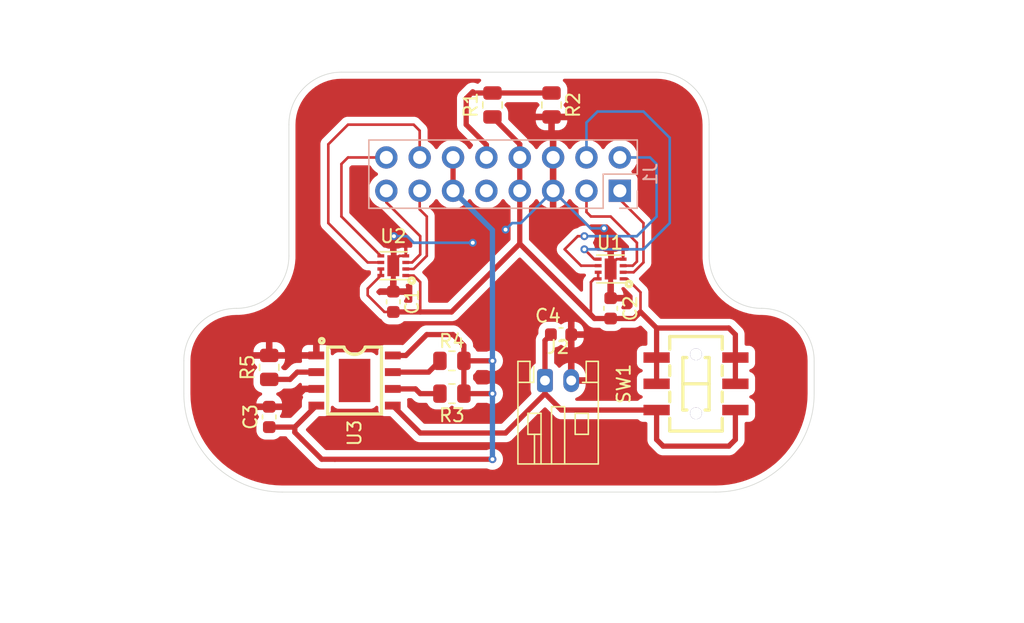
<source format=kicad_pcb>
(kicad_pcb (version 20240108) (generator "pcbnew") (generator_version "8.0")
  (layers (0 "F.Cu" signal) (31 "B.Cu" signal) (34 "B.Paste" user) (35 "F.Paste" user) (36 "B.SilkS" user "B.Silkscreen") (37 "F.SilkS" user "F.Silkscreen") (38 "B.Mask" user) (39 "F.Mask" user) (44 "Edge.Cuts" user))
  (net 0 "")
  (net 1 "5V")
  (net 2 "GND")
  (net 3 "Vbat")
  (net 4 "VCC")
  (net 5 "Motor2_A")
  (net 6 "BATT_ADC")
  (net 7 "PWM3")
  (net 8 "Motor2_B")
  (net 9 "Motor1_A")
  (net 10 "Motor1_B")
  (net 11 "PWM1")
  (net 12 "PD7")
  (net 13 "PWM2")
  (net 14 "PWM4")
  (net 15 "Net-(U3-~{STDBY})")
  (net 16 "Net-(U3-~{CHRG})")
  (net 17 "Net-(U3-PROG)")
  (footprint "Capacitor_SMD:C_0603_1608Metric" (layer "F.Cu") (at 112.95 127 -90)
    (property "Reference" "C1" (at 0 -1.43 90) (layer "F.SilkS"))
    (property "Value" "220n")
    (fp_line (start -0.14058 0.51) (end 0.14058 0.51) (stroke (width 0.12)) (layer "F.SilkS"))
    (fp_line (start -0.14058 -0.51) (end 0.14058 -0.51) (stroke (width 0.12)) (layer "F.SilkS"))
    (pad "1" smd roundrect (at -0.775 0 270) (size 0.9 0.95) (layers "F.Cu" "F.Paste" "F.Mask") (net 2 "GND"))
    (pad "2" smd roundrect (at 0.775 0 270) (size 0.9 0.95) (layers "F.Cu" "F.Paste" "F.Mask") (net 4 "VCC"))
  )
  (footprint "Resistor_SMD:R_0805_2012Metric" (layer "F.Cu") (at 125 112 -90)
    (property "Reference" "R2" (at 0 -1.65 90) (layer "F.SilkS"))
    (property "Value" "24k")
    (fp_line (start -0.227064 0.735) (end 0.227064 0.735) (stroke (width 0.12)) (layer "F.SilkS"))
    (fp_line (start -0.227064 -0.735) (end 0.227064 -0.735) (stroke (width 0.12)) (layer "F.SilkS"))
    (pad "1" smd roundrect (at -0.9125 0 270) (size 1.025 1.4) (layers "F.Cu" "F.Paste" "F.Mask") (roundrect_rratio 0.243902) (net 6 "BATT_ADC"))
    (pad "2" smd roundrect (at 0.9125 0 270) (size 1.025 1.4) (layers "F.Cu" "F.Paste" "F.Mask") (roundrect_rratio 0.243902) (net 2 "GND"))
  )
  (footprint "Capacitor_SMD:C_0603_1608Metric" (layer "F.Cu") (at 129.5 127.5 -90)
    (property "Reference" "C2" (at 0 -1.5 90) (layer "F.SilkS"))
    (property "Value" "220n")
    (fp_line (start -0.14058 0.51) (end 0.14058 0.51) (stroke (width 0.12)) (layer "F.SilkS"))
    (fp_line (start -0.14058 -0.51) (end 0.14058 -0.51) (stroke (width 0.12)) (layer "F.SilkS"))
    (pad "1" smd roundrect (at -0.775 0 270) (size 0.9 0.95) (layers "F.Cu" "F.Paste" "F.Mask") (net 2 "GND"))
    (pad "2" smd roundrect (at 0.775 0 270) (size 0.9 0.95) (layers "F.Cu" "F.Paste" "F.Mask") (net 4 "VCC"))
  )
  (footprint "project:WSON-8_L2.0-W2.0-P0.50-TL-EP" (layer "F.Cu") (at 129.5 124.5 180)
    (property "Reference" "U1" (at 0.05 2 180) (layer "F.SilkS"))
    (property "Value" "DRV8837CDSGR")
    (fp_line (start 1.05 -1.06) (end -1.05 -1.06) (stroke (width 0.12)) (layer "F.SilkS"))
    (fp_line (start -1.04 1.06) (end 1.06 1.06) (stroke (width 0.12)) (layer "F.SilkS"))
    (fp_circle (center -1.4 -1.14) (end -1.32 -1.14) (stroke (width 0.25)) (fill none) (layer "F.SilkS"))
    (pad "1" smd rect (at -0.95 -0.75 180) (size 0.52 0.25) (layers "F.Cu" "F.Paste" "F.Mask") (net 4 "VCC"))
    (pad "2" smd rect (at -0.95 -0.25 180) (size 0.52 0.25) (layers "F.Cu" "F.Paste" "F.Mask") (net 5 "Motor2_A"))
    (pad "3" smd rect (at -0.95 0.25 180) (size 0.52 0.25) (layers "F.Cu" "F.Paste" "F.Mask") (net 8 "Motor2_B"))
    (pad "4" smd rect (at -0.95 0.75 180) (size 0.52 0.25) (layers "F.Cu" "F.Paste" "F.Mask") (net 2 "GND"))
    (pad "5" smd rect (at 0.95 0.75 180) (size 0.52 0.25) (layers "F.Cu" "F.Paste" "F.Mask") (net 13 "PWM2"))
    (pad "6" smd rect (at 0.95 0.25 180) (size 0.52 0.25) (layers "F.Cu" "F.Paste" "F.Mask") (net 11 "PWM1"))
    (pad "7" smd rect (at 0.95 -0.25 180) (size 0.52 0.25) (layers "F.Cu" "F.Paste" "F.Mask") (net 4 "VCC"))
    (pad "8" smd rect (at 0.95 -0.75 180) (size 0.52 0.25) (layers "F.Cu" "F.Paste" "F.Mask") (net 4 "VCC"))
    (pad "9" smd rect (at 0 0 180) (size 0.9 1.6) (layers "F.Cu" "F.Paste" "F.Mask") (net 2 "GND"))
  )
  (footprint "Resistor_SMD:R_0805_2012Metric" (layer "F.Cu") (at 117.4125 131.5 180)
    (property "Reference" "R4" (at 0 1.5 180) (layer "F.SilkS"))
    (property "Value" "1k")
    (fp_line (start -0.227064 0.735) (end 0.227064 0.735) (stroke (width 0.12)) (layer "F.SilkS"))
    (fp_line (start -0.227064 -0.735) (end 0.227064 -0.735) (stroke (width 0.12)) (layer "F.SilkS"))
    (pad "1" smd roundrect (at -0.9125 0 180) (size 1.025 1.4) (layers "F.Cu" "F.Paste" "F.Mask") (roundrect_rratio 0.243902) (net 1 "5V"))
    (pad "2" smd roundrect (at 0.9125 0 180) (size 1.025 1.4) (layers "F.Cu" "F.Paste" "F.Mask") (roundrect_rratio 0.243902) (net 16 "Net-(U3-~{CHRG})"))
  )
  (footprint "Resistor_SMD:R_0805_2012Metric" (layer "F.Cu") (at 120.5 112 90)
    (property "Reference" "R1" (at 0 -1.65 270) (layer "F.SilkS"))
    (property "Value" "10k")
    (fp_line (start -0.227064 -0.735) (end 0.227064 -0.735) (stroke (width 0.12)) (layer "F.SilkS"))
    (fp_line (start -0.227064 0.735) (end 0.227064 0.735) (stroke (width 0.12)) (layer "F.SilkS"))
    (pad "1" smd roundrect (at -0.9125 0 90) (size 1.025 1.4) (layers "F.Cu" "F.Paste" "F.Mask") (roundrect_rratio 0.243902) (net 4 "VCC"))
    (pad "2" smd roundrect (at 0.9125 0 90) (size 1.025 1.4) (layers "F.Cu" "F.Paste" "F.Mask") (roundrect_rratio 0.243902) (net 6 "BATT_ADC"))
  )
  (footprint "Resistor_SMD:R_0805_2012Metric" (layer "F.Cu") (at 117.4125 134 180)
    (property "Reference" "R3" (at 0 -1.65 180) (layer "F.SilkS"))
    (property "Value" "1k")
    (fp_line (start -0.227064 0.735) (end 0.227064 0.735) (stroke (width 0.12)) (layer "F.SilkS"))
    (fp_line (start -0.227064 -0.735) (end 0.227064 -0.735) (stroke (width 0.12)) (layer "F.SilkS"))
    (pad "1" smd roundrect (at -0.9125 0 180) (size 1.025 1.4) (layers "F.Cu" "F.Paste" "F.Mask") (roundrect_rratio 0.243902) (net 1 "5V"))
    (pad "2" smd roundrect (at 0.9125 0 180) (size 1.025 1.4) (layers "F.Cu" "F.Paste" "F.Mask") (roundrect_rratio 0.243902) (net 15 "Net-(U3-~{STDBY})"))
  )
  (footprint "Connector_JST:JST_PH_S2B-PH-K_1x02_P2.00mm_Horizontal" (layer "F.Cu") (at 124.5 133)
    (property "Reference" "J2" (at 1 -2.55 360) (layer "F.SilkS"))
    (property "Value" "Conn_01x02_Pin")
    (fp_line (start -2.06 -1.46) (end -2.06 6.36) (stroke (width 0.12)) (layer "F.SilkS"))
    (fp_line (start -2.06 0.14) (end -1.14 0.14) (stroke (width 0.12)) (layer "F.SilkS"))
    (fp_line (start -2.06 6.36) (end 4.06 6.36) (stroke (width 0.12)) (layer "F.SilkS"))
    (fp_line (start -1.3 2.5) (end -1.3 4.1) (stroke (width 0.12)) (layer "F.SilkS"))
    (fp_line (start -1.3 4.1) (end -0.3 4.1) (stroke (width 0.12)) (layer "F.SilkS"))
    (fp_line (start -1.14 -1.46) (end -2.06 -1.46) (stroke (width 0.12)) (layer "F.SilkS"))
    (fp_line (start -1.14 0.14) (end -1.14 -1.46) (stroke (width 0.12)) (layer "F.SilkS"))
    (fp_line (start -0.86 0.14) (end -1.14 0.14) (stroke (width 0.12)) (layer "F.SilkS"))
    (fp_line (start -0.86 0.14) (end -0.86 -1.075) (stroke (width 0.12)) (layer "F.SilkS"))
    (fp_line (start -0.8 4.1) (end -0.8 6.36) (stroke (width 0.12)) (layer "F.SilkS"))
    (fp_line (start -0.3 2.5) (end -1.3 2.5) (stroke (width 0.12)) (layer "F.SilkS"))
    (fp_line (start -0.3 4.1) (end -0.3 2.5) (stroke (width 0.12)) (layer "F.SilkS"))
    (fp_line (start -0.3 4.1) (end -0.3 6.36) (stroke (width 0.12)) (layer "F.SilkS"))
    (fp_line (start 0.5 2) (end 1.5 2) (stroke (width 0.12)) (layer "F.SilkS"))
    (fp_line (start 0.5 6.36) (end 0.5 2) (stroke (width 0.12)) (layer "F.SilkS"))
    (fp_line (start 1.5 2) (end 1.5 6.36) (stroke (width 0.12)) (layer "F.SilkS"))
    (fp_line (start 2.3 2.5) (end 3.3 2.5) (stroke (width 0.12)) (layer "F.SilkS"))
    (fp_line (start 2.3 4.1) (end 2.3 2.5) (stroke (width 0.12)) (layer "F.SilkS"))
    (fp_line (start 3.14 -1.46) (end 3.14 0.14) (stroke (width 0.12)) (layer "F.SilkS"))
    (fp_line (start 3.14 0.14) (end 2.86 0.14) (stroke (width 0.12)) (layer "F.SilkS"))
    (fp_line (start 3.3 2.5) (end 3.3 4.1) (stroke (width 0.12)) (layer "F.SilkS"))
    (fp_line (start 3.3 4.1) (end 2.3 4.1) (stroke (width 0.12)) (layer "F.SilkS"))
    (fp_line (start 4.06 -1.46) (end 3.14 -1.46) (stroke (width 0.12)) (layer "F.SilkS"))
    (fp_line (start 4.06 0.14) (end 3.14 0.14) (stroke (width 0.12)) (layer "F.SilkS"))
    (fp_line (start 4.06 6.36) (end 4.06 -1.46) (stroke (width 0.12)) (layer "F.SilkS"))
    (pad "1" thru_hole roundrect (at 0 0) (size 1.2 1.75) (drill 0.75) (layers "*.Cu" "*.Mask") (roundrect_rratio 0.208333) (net 3 "Vbat"))
    (pad "2" thru_hole oval (at 2 0) (size 1.2 1.75) (drill 0.75) (layers "*.Cu" "*.Mask") (net 2 "GND"))
  )
  (footprint "project:ESOP-8_L4.9-W3.9-P1.27-LS6.0-BL-EP" (layer "F.Cu") (at 110 133 -90)
    (property "Reference" "U3" (at 4 0 90) (layer "F.SilkS"))
    (property "Value" "TP4056")
    (fp_line (start 2.55 2.05) (end -2.55 2.05) (stroke (width 0.25)) (layer "F.SilkS"))
    (fp_line (start -2.55 0.8) (end -2.55 2.05) (stroke (width 0.25)) (layer "F.SilkS"))
    (fp_line (start -2.55 -0.8) (end -2.55 -2.05) (stroke (width 0.25)) (layer "F.SilkS"))
    (fp_line (start -2.55 -2.05) (end 2.55 -2.05) (stroke (width 0.25)) (layer "F.SilkS"))
    (fp_line (start 2.55 -2.05) (end 2.55 2.05) (stroke (width 0.25)) (layer "F.SilkS"))
    (fp_arc (start -2.505609 -0.80257) (mid -1.988586 -0.003085) (end -2.5 0.8) (stroke (width 0.25)) (layer "F.SilkS"))
    (fp_circle (center -3.03 2.5) (end -2.86 2.5) (stroke (width 0.25)) (fill none) (layer "F.SilkS"))
    (pad "1" smd rect (at -1.91 2.91 270) (size 0.6 1.2) (layers "F.Cu" "F.Paste" "F.Mask") (net 2 "GND"))
    (pad "2" smd rect (at -0.64 2.91 270) (size 0.6 1.2) (layers "F.Cu" "F.Paste" "F.Mask") (net 17 "Net-(U3-PROG)"))
    (pad "3" smd rect (at 0.64 2.91 270) (size 0.6 1.2) (layers "F.Cu" "F.Paste" "F.Mask") (net 2 "GND"))
    (pad "4" smd rect (at 1.91 2.91 270) (size 0.6 1.2) (layers "F.Cu" "F.Paste" "F.Mask") (net 1 "5V"))
    (pad "5" smd rect (at 1.91 -2.91 270) (size 0.6 1.2) (layers "F.Cu" "F.Paste" "F.Mask") (net 3 "Vbat"))
    (pad "6" smd rect (at 0.64 -2.91 270) (size 0.6 1.2) (layers "F.Cu" "F.Paste" "F.Mask") (net 15 "Net-(U3-~{STDBY})"))
    (pad "7" smd rect (at -0.64 -2.91 270) (size 0.6 1.2) (layers "F.Cu" "F.Paste" "F.Mask") (net 16 "Net-(U3-~{CHRG})"))
    (pad "8" smd rect (at -1.91 -2.91 270) (size 0.6 1.2) (layers "F.Cu" "F.Paste" "F.Mask") (net 1 "5V"))
    (pad "9" smd rect (at 0 0 90) (size 3.3 2.4) (layers "F.Cu" "F.Paste" "F.Mask"))
  )
  (footprint "project:SW-SMD_MS-22D28-G020" (layer "F.Cu") (at 136 133.25 90)
    (property "Reference" "SW1" (at 0 -5.5 270) (layer "F.SilkS"))
    (property "Value" "MS-22D28-G020")
    (fp_line (start 3.6 -2) (end 3.6 2) (stroke (width 0.25)) (layer "F.SilkS"))
    (fp_line (start 2.63 -2) (end 3.6 -2) (stroke (width 0.25)) (layer "F.SilkS"))
    (fp_line (start 0.63 -2) (end 1.37 -2) (stroke (width 0.25)) (layer "F.SilkS"))
    (fp_line (start -1.37 -2) (end -0.63 -2) (stroke (width 0.25)) (layer "F.SilkS"))
    (fp_line (start -3.6 -2) (end -2.63 -2) (stroke (width 0.25)) (layer "F.SilkS"))
    (fp_line (start -3.6 -2) (end -3.6 2) (stroke (width 0.25)) (layer "F.SilkS"))
    (fp_line (start 2 -1) (end 2 -0.7) (stroke (width 0.25)) (layer "F.SilkS"))
    (fp_line (start 0 -1) (end 0 1) (stroke (width 0.25)) (layer "F.SilkS"))
    (fp_line (start -2 -1) (end 2 -1) (stroke (width 0.25)) (layer "F.SilkS"))
    (fp_line (start -2 -0.7) (end -2 -1) (stroke (width 0.25)) (layer "F.SilkS"))
    (fp_line (start 2 0.7) (end 2 1) (stroke (width 0.25)) (layer "F.SilkS"))
    (fp_line (start 2 1) (end -2 1) (stroke (width 0.25)) (layer "F.SilkS"))
    (fp_line (start -2 1) (end -2 0.7) (stroke (width 0.25)) (layer "F.SilkS"))
    (fp_line (start 2.63 2) (end 3.6 2) (stroke (width 0.25)) (layer "F.SilkS"))
    (fp_line (start 0.63 2) (end 1.37 2) (stroke (width 0.25)) (layer "F.SilkS"))
    (fp_line (start -1.37 2) (end -0.63 2) (stroke (width 0.25)) (layer "F.SilkS"))
    (fp_line (start -3.6 2) (end -2.63 2) (stroke (width 0.25)) (layer "F.SilkS"))
    (pad "" thru_hole circle (at -2.25 0 90) (size 0.9 0.9) (drill 0.9) (layers "*.Cu" "*.Mask"))
    (pad "" thru_hole circle (at 2.25 0 90) (size 0.9 0.9) (drill 0.9) (layers "*.Cu" "*.Mask"))
    (pad "1" smd rect (at -2 -3 180) (size 2 0.8) (layers "F.Cu" "F.Paste" "F.Mask") (net 3 "Vbat"))
    (pad "2" smd rect (at 0 -3 180) (size 2 0.8) (layers "F.Cu" "F.Paste" "F.Mask") (net 4 "VCC"))
    (pad "3" smd rect (at 2 -3 180) (size 2 0.8) (layers "F.Cu" "F.Paste" "F.Mask") (net 4 "VCC"))
    (pad "4" smd rect (at -2 3 180) (size 2 0.8) (layers "F.Cu" "F.Paste" "F.Mask") (net 3 "Vbat"))
    (pad "5" smd rect (at 0 3 180) (size 2 0.8) (layers "F.Cu" "F.Paste" "F.Mask") (net 4 "VCC"))
    (pad "6" smd rect (at 2 3 180) (size 2 0.8) (layers "F.Cu" "F.Paste" "F.Mask") (net 4 "VCC"))
  )
  (footprint "Capacitor_SMD:C_0603_1608Metric" (layer "F.Cu") (at 125.725 129.5)
    (property "Reference" "C4" (at -1 -1.43 360) (layer "F.SilkS"))
    (property "Value" "10u")
    (fp_line (start -0.14058 -0.51) (end 0.14058 -0.51) (stroke (width 0.12)) (layer "F.SilkS"))
    (fp_line (start -0.14058 0.51) (end 0.14058 0.51) (stroke (width 0.12)) (layer "F.SilkS"))
    (pad "1" smd roundrect (at -0.775 0) (size 0.9 0.95) (layers "F.Cu" "F.Paste" "F.Mask") (net 3 "Vbat"))
    (pad "2" smd roundrect (at 0.775 0) (size 0.9 0.95) (layers "F.Cu" "F.Paste" "F.Mask") (net 2 "GND"))
  )
  (footprint "project:WSON-8_L2.0-W2.0-P0.50-TL-EP" (layer "F.Cu") (at 112.95 124.25 180)
    (property "Reference" "U2" (at 0 2.25 180) (layer "F.SilkS"))
    (property "Value" "DRV8837CDSGR")
    (fp_line (start 1.05 -1.06) (end -1.05 -1.06) (stroke (width 0.12)) (layer "F.SilkS"))
    (fp_line (start -1.04 1.06) (end 1.06 1.06) (stroke (width 0.12)) (layer "F.SilkS"))
    (fp_circle (center -1.4 -1.14) (end -1.32 -1.14) (stroke (width 0.25)) (fill none) (layer "F.SilkS"))
    (pad "1" smd rect (at -0.95 -0.75 180) (size 0.52 0.25) (layers "F.Cu" "F.Paste" "F.Mask") (net 4 "VCC"))
    (pad "2" smd rect (at -0.95 -0.25 180) (size 0.52 0.25) (layers "F.Cu" "F.Paste" "F.Mask") (net 9 "Motor1_A"))
    (pad "3" smd rect (at -0.95 0.25 180) (size 0.52 0.25) (layers "F.Cu" "F.Paste" "F.Mask") (net 10 "Motor1_B"))
    (pad "4" smd rect (at -0.95 0.75 180) (size 0.52 0.25) (layers "F.Cu" "F.Paste" "F.Mask") (net 2 "GND"))
    (pad "5" smd rect (at 0.95 0.75 180) (size 0.52 0.25) (layers "F.Cu" "F.Paste" "F.Mask") (net 14 "PWM4"))
    (pad "6" smd rect (at 0.95 0.25 180) (size 0.52 0.25) (layers "F.Cu" "F.Paste" "F.Mask") (net 7 "PWM3"))
    (pad "7" smd rect (at 0.95 -0.25 180) (size 0.52 0.25) (layers "F.Cu" "F.Paste" "F.Mask") (net 4 "VCC"))
    (pad "8" smd rect (at 0.95 -0.75 180) (size 0.52 0.25) (layers "F.Cu" "F.Paste" "F.Mask") (net 4 "VCC"))
    (pad "9" smd rect (at 0 0 180) (size 0.9 1.6) (layers "F.Cu" "F.Paste" "F.Mask") (net 2 "GND"))
  )
  (footprint "Resistor_SMD:R_0805_2012Metric" (layer "F.Cu") (at 103.5 132 90)
    (property "Reference" "R5" (at 0 -1.65 270) (layer "F.SilkS"))
    (property "Value" "3k")
    (fp_line (start -0.227064 -0.735) (end 0.227064 -0.735) (stroke (width 0.12)) (layer "F.SilkS"))
    (fp_line (start -0.227064 0.735) (end 0.227064 0.735) (stroke (width 0.12)) (layer "F.SilkS"))
    (pad "1" smd roundrect (at -0.9125 0 90) (size 1.025 1.4) (layers "F.Cu" "F.Paste" "F.Mask") (roundrect_rratio 0.243902) (net 17 "Net-(U3-PROG)"))
    (pad "2" smd roundrect (at 0.9125 0 90) (size 1.025 1.4) (layers "F.Cu" "F.Paste" "F.Mask") (roundrect_rratio 0.243902) (net 2 "GND"))
  )
  (footprint "Capacitor_SMD:C_0603_1608Metric" (layer "F.Cu") (at 103.5 135.775 90)
    (property "Reference" "C3" (at 0 -1.43 270) (layer "F.SilkS"))
    (property "Value" "10u")
    (fp_line (start -0.14058 -0.51) (end 0.14058 -0.51) (stroke (width 0.12)) (layer "F.SilkS"))
    (fp_line (start -0.14058 0.51) (end 0.14058 0.51) (stroke (width 0.12)) (layer "F.SilkS"))
    (pad "1" smd roundrect (at -0.775 0 90) (size 0.9 0.95) (layers "F.Cu" "F.Paste" "F.Mask") (net 1 "5V"))
    (pad "2" smd roundrect (at 0.775 0 90) (size 0.9 0.95) (layers "F.Cu" "F.Paste" "F.Mask") (net 2 "GND"))
  )
  (footprint "Connector_PinHeader_2.54mm:PinHeader_2x08_P2.54mm_Vertical" (layer "B.Cu") (at 130.2 118.54 90)
    (property "Reference" "J1" (at 1.27 2.33 270) (layer "B.SilkS") (effects (justify mirror)))
    (property "Value" "Conn_02x08_Odd_Even")
    (fp_line (start 3.87 -19.11) (end -1.33 -19.11) (stroke (width 0.12)) (layer "B.SilkS"))
    (fp_line (start 3.87 -19.11) (end 3.87 1.33) (stroke (width 0.12)) (layer "B.SilkS"))
    (fp_line (start -1.33 -19.11) (end -1.33 -1.27) (stroke (width 0.12)) (layer "B.SilkS"))
    (fp_line (start 1.27 -1.27) (end -1.33 -1.27) (stroke (width 0.12)) (layer "B.SilkS"))
    (fp_line (start 3.87 1.33) (end 1.27 1.33) (stroke (width 0.12)) (layer "B.SilkS"))
    (fp_line (start 1.27 1.33) (end 1.27 -1.27) (stroke (width 0.12)) (layer "B.SilkS"))
    (fp_line (start 0 1.33) (end -1.33 1.33) (stroke (width 0.12)) (layer "B.SilkS"))
    (fp_line (start -1.33 1.33) (end -1.33 0) (stroke (width 0.12)) (layer "B.SilkS"))
    (pad "1" thru_hole rect (at 0 0 90) (size 1.7 1.7) (drill 1) (layers "*.Cu" "*.Mask") (net 5 "Motor2_A"))
    (pad "2" thru_hole oval (at 2.54 0 90) (size 1.7 1.7) (drill 1) (layers "*.Cu" "*.Mask") (net 11 "PWM1"))
    (pad "3" thru_hole oval (at 0 -2.54 90) (size 1.7 1.7) (drill 1) (layers "*.Cu" "*.Mask") (net 8 "Motor2_B"))
    (pad "4" thru_hole oval (at 2.54 -2.54 90) (size 1.7 1.7) (drill 1) (layers "*.Cu" "*.Mask") (net 13 "PWM2"))
    (pad "5" thru_hole oval (at 0 -5.08 90) (size 1.7 1.7) (drill 1) (layers "*.Cu" "*.Mask") (net 2 "GND"))
    (pad "6" thru_hole oval (at 2.54 -5.08 90) (size 1.7 1.7) (drill 1) (layers "*.Cu" "*.Mask") (net 2 "GND"))
    (pad "7" thru_hole oval (at 0 -7.62 90) (size 1.7 1.7) (drill 1) (layers "*.Cu" "*.Mask") (net 4 "VCC"))
    (pad "8" thru_hole oval (at 2.54 -7.62 90) (size 1.7 1.7) (drill 1) (layers "*.Cu" "*.Mask") (net 4 "VCC"))
    (pad "9" thru_hole oval (at 0 -10.16 90) (size 1.7 1.7) (drill 1) (layers "*.Cu" "*.Mask") (net 12 "PD7"))
    (pad "10" thru_hole oval (at 2.54 -10.16 90) (size 1.7 1.7) (drill 1) (layers "*.Cu" "*.Mask") (net 6 "BATT_ADC"))
    (pad "11" thru_hole oval (at 0 -12.7 90) (size 1.7 1.7) (drill 1) (layers "*.Cu" "*.Mask") (net 1 "5V"))
    (pad "12" thru_hole oval (at 2.54 -12.7 90) (size 1.7 1.7) (drill 1) (layers "*.Cu" "*.Mask") (net 1 "5V"))
    (pad "13" thru_hole oval (at 0 -15.24 90) (size 1.7 1.7) (drill 1) (layers "*.Cu" "*.Mask") (net 9 "Motor1_A"))
    (pad "14" thru_hole oval (at 2.54 -15.24 90) (size 1.7 1.7) (drill 1) (layers "*.Cu" "*.Mask") (net 7 "PWM3"))
    (pad "15" thru_hole oval (at 0 -17.78 90) (size 1.7 1.7) (drill 1) (layers "*.Cu" "*.Mask") (net 10 "Motor1_B"))
    (pad "16" thru_hole oval (at 2.54 -17.78 90) (size 1.7 1.7) (drill 1) (layers "*.Cu" "*.Mask") (net 14 "PWM4"))
  )
  (gr_arc (start 97 131.5) (mid 98.171573 128.671573) (end 101 127.5) (stroke (width 0.05)) (layer "Edge.Cuts"))
  (gr_line (start 105 113.5) (end 105 123.5) (stroke (width 0.05)) (layer "Edge.Cuts"))
  (gr_line (start 145 131.5) (end 145 134) (stroke (width 0.05)) (layer "Edge.Cuts"))
  (gr_arc (start 105 113.5) (mid 106.171573 110.671573) (end 109 109.5) (stroke (width 0.05)) (layer "Edge.Cuts"))
  (gr_line (start 137 113.5) (end 137 123.5) (stroke (width 0.05)) (layer "Edge.Cuts"))
  (gr_arc (start 141 127.5) (mid 143.828427 128.671573) (end 145 131.5) (stroke (width 0.05)) (layer "Edge.Cuts"))
  (gr_line (start 104.5 141.5) (end 137.5 141.5) (stroke (width 0.05)) (layer "Edge.Cuts"))
  (gr_line (start 97 131.5) (end 97 134) (stroke (width 0.05)) (layer "Edge.Cuts"))
  (gr_arc (start 141 127.5) (mid 138.171573 126.328427) (end 137 123.5) (stroke (width 0.05)) (layer "Edge.Cuts"))
  (gr_arc (start 104.5 141.5) (mid 99.196699 139.303301) (end 97 134) (stroke (width 0.05)) (layer "Edge.Cuts"))
  (gr_line (start 109 109.5) (end 133 109.5) (stroke (width 0.05)) (layer "Edge.Cuts"))
  (gr_arc (start 105 123.5) (mid 103.828427 126.328427) (end 101 127.5) (stroke (width 0.05)) (layer "Edge.Cuts"))
  (gr_arc (start 145 134) (mid 142.803301 139.303301) (end 137.5 141.5) (stroke (width 0.05)) (layer "Edge.Cuts"))
  (gr_arc (start 133 109.5) (mid 135.828427 110.671573) (end 137 113.5) (stroke (width 0.05)) (layer "Edge.Cuts"))
  (segment (start 118.325 131.5) (end 118.325 130.325) (width 0.4) (layer "F.Cu") (net 1))
  (segment (start 108.5 139) (end 120.5 139) (width 0.4) (layer "F.Cu") (net 1))
  (segment (start 113.91 131.09) (end 112.91 131.09) (width 0.4) (layer "F.Cu") (net 1))
  (segment (start 118.325 131.5) (end 120.5 131.5) (width 0.4) (layer "F.Cu") (net 1))
  (segment (start 105.45 136.55) (end 105.45 136.95) (width 0.4) (layer "F.Cu") (net 1))
  (segment (start 118.325 134) (end 120.5 134) (width 0.4) (layer "F.Cu") (net 1))
  (segment (start 118.325 134) (end 118.325 131.5) (width 0.4) (layer "F.Cu") (net 1))
  (segment (start 107.5 139) (end 108.5 139) (width 0.4) (layer "F.Cu") (net 1))
  (segment (start 105.45 136.95) (end 106 137.5) (width 0.4) (layer "F.Cu") (net 1))
  (segment (start 117.5 116) (end 117.5 118.54) (width 0.4) (layer "F.Cu") (net 1))
  (segment (start 106 137.5) (end 107.5 139) (width 0.4) (layer "F.Cu") (net 1))
  (segment (start 117.5 129.5) (end 115.5 129.5) (width 0.4) (layer "F.Cu") (net 1))
  (segment (start 105.45 136.55) (end 107.09 134.91) (width 0.4) (layer "F.Cu") (net 1))
  (segment (start 115.5 129.5) (end 113.91 131.09) (width 0.4) (layer "F.Cu") (net 1))
  (segment (start 103.5 136.55) (end 105.45 136.55) (width 0.4) (layer "F.Cu") (net 1))
  (segment (start 118.325 130.325) (end 117.5 129.5) (width 0.4) (layer "F.Cu") (net 1))
  (via (at 120.5 134) (size 0.6) (drill 0.3) (layers "F.Cu" "B.Cu") (net 1))
  (via (at 120.5 139) (size 0.6) (drill 0.3) (layers "F.Cu" "B.Cu") (net 1))
  (via (at 120.5 131.5) (size 0.6) (drill 0.3) (layers "F.Cu" "B.Cu") (net 1))
  (segment (start 120.5 134) (end 120.5 131.5) (width 0.4) (layer "B.Cu") (net 1))
  (segment (start 120.5 121.54) (end 117.5 118.54) (width 0.4) (layer "B.Cu") (net 1))
  (segment (start 120.5 139) (end 120.5 134) (width 0.4) (layer "B.Cu") (net 1))
  (segment (start 120.5 131.5) (end 120.5 121.54) (width 0.4) (layer "B.Cu") (net 1))
  (segment (start 113.9 123.5) (end 113.415 123.5) (width 0.2) (layer "F.Cu") (net 2))
  (segment (start 130.45 123.75) (end 129.965 123.75) (width 0.2) (layer "F.Cu") (net 2))
  (segment (start 106.36 133.64) (end 105 135) (width 0.2) (layer "F.Cu") (net 2))
  (segment (start 105 135) (end 103.5 135) (width 0.2) (layer "F.Cu") (net 2))
  (segment (start 130.45 123.75) (end 130.45 122.85) (width 0.2) (layer "F.Cu") (net 2))
  (segment (start 129.5 124.215) (end 129.5 124.5) (width 0.2) (layer "F.Cu") (net 2))
  (segment (start 130.45 122.85) (end 129 121.4) (width 0.2) (layer "F.Cu") (net 2))
  (segment (start 119 122.5) (end 120.5 122.5) (width 0.2) (layer "F.Cu") (net 2))
  (segment (start 107.09 133.64) (end 106.36 133.64) (width 0.2) (layer "F.Cu") (net 2))
  (segment (start 113.9 123.5) (end 113.9 122.9) (width 0.2) (layer "F.Cu") (net 2))
  (segment (start 125.12 118.54) (end 129.5 122.92) (width 0.2) (layer "F.Cu") (net 2))
  (segment (start 113.415 123.5) (end 112.95 123.965) (width 0.2) (layer "F.Cu") (net 2))
  (segment (start 113.9 122.9) (end 113 122) (width 0.2) (layer "F.Cu") (net 2))
  (segment (start 112.95 123.965) (end 112.95 124.25) (width 0.2) (layer "F.Cu") (net 2))
  (segment (start 120.5 122.5) (end 121.5 121.5) (width 0.2) (layer "F.Cu") (net 2))
  (segment (start 129.5 122.92) (end 129.5 124.5) (width 0.2) (layer "F.Cu") (net 2))
  (segment (start 129.965 123.75) (end 129.5 124.215) (width 0.2) (layer "F.Cu") (net 2))
  (via (at 129 121.4) (size 0.6) (drill 0.3) (layers "F.Cu" "B.Cu") (net 2))
  (via (at 121.5 121.5) (size 0.6) (drill 0.3) (layers "F.Cu" "B.Cu") (net 2))
  (via (at 113 122) (size 0.6) (drill 0.3) (layers "F.Cu" "B.Cu") (net 2))
  (via (at 119 122.5) (size 0.6) (drill 0.3) (layers "F.Cu" "B.Cu") (net 2))
  (segment (start 121.5 121.5) (end 122 121) (width 0.2) (layer "B.Cu") (net 2))
  (segment (start 127.98 121.4) (end 125.12 118.54) (width 0.2) (layer "B.Cu") (net 2))
  (segment (start 122.66 121) (end 125.12 118.54) (width 0.2) (layer "B.Cu") (net 2))
  (segment (start 114 122) (end 114.5 122.5) (width 0.2) (layer "B.Cu") (net 2))
  (segment (start 114.5 122.5) (end 119 122.5) (width 0.2) (layer "B.Cu") (net 2))
  (segment (start 113 122) (end 114 122) (width 0.2) (layer "B.Cu") (net 2))
  (segment (start 122 121) (end 122.66 121) (width 0.2) (layer "B.Cu") (net 2))
  (segment (start 129 121.4) (end 127.98 121.4) (width 0.2) (layer "B.Cu") (net 2))
  (segment (start 125.75 135.25) (end 133 135.25) (width 0.4) (layer "F.Cu") (net 3))
  (segment (start 124.5 134) (end 125.75 135.25) (width 0.4) (layer "F.Cu") (net 3))
  (segment (start 115 137) (end 112.91 134.91) (width 0.4) (layer "F.Cu") (net 3))
  (segment (start 133.5 138) (end 133 137.5) (width 0.4) (layer "F.Cu") (net 3))
  (segment (start 124.5 133) (end 124.5 134) (width 0.4) (layer "F.Cu") (net 3))
  (segment (start 124.5 133) (end 124.5 129.95) (width 0.4) (layer "F.Cu") (net 3))
  (segment (start 139 135.25) (end 139 137.5) (width 0.4) (layer "F.Cu") (net 3))
  (segment (start 121.5 137) (end 115 137) (width 0.4) (layer "F.Cu") (net 3))
  (segment (start 133 137.5) (end 133 135.25) (width 0.4) (layer "F.Cu") (net 3))
  (segment (start 138.5 138) (end 133.5 138) (width 0.4) (layer "F.Cu") (net 3))
  (segment (start 139 137.5) (end 138.5 138) (width 0.4) (layer "F.Cu") (net 3))
  (segment (start 124.5 129.95) (end 124.95 129.5) (width 0.4) (layer "F.Cu") (net 3))
  (segment (start 124.5 134) (end 121.5 137) (width 0.4) (layer "F.Cu") (net 3))
  (segment (start 115 125.5) (end 115 127.775) (width 0.2) (layer "F.Cu") (net 4))
  (segment (start 128.25 125.25) (end 128 125.5) (width 0.2) (layer "F.Cu") (net 4))
  (segment (start 122.58 122.58) (end 117.385 127.775) (width 0.4) (layer "F.Cu") (net 4))
  (segment (start 112 124.5) (end 112 125) (width 0.2) (layer "F.Cu") (net 4))
  (segment (start 111 126.5) (end 112.275 127.775) (width 0.2) (layer "F.Cu") (net 4))
  (segment (start 128 125.5) (end 128 128) (width 0.2) (layer "F.Cu") (net 4))
  (segment (start 131.775 126.275) (end 131.775 127.775) (width 0.2) (layer "F.Cu") (net 4))
  (segment (start 122.58 116) (end 122.58 114.9925) (width 0.4) (layer "F.Cu") (net 4))
  (segment (start 112 125) (end 111 126) (width 0.2) (layer "F.Cu") (net 4))
  (segment (start 130.75 125.25) (end 131.775 126.275) (width 0.2) (layer "F.Cu") (net 4))
  (segment (start 129.5 128.275) (end 131.275 128.275) (width 0.4) (layer "F.Cu") (net 4))
  (segment (start 112.275 127.775) (end 112.95 127.775) (width 0.2) (layer "F.Cu") (net 4))
  (segment (start 113.9 125) (end 114.5 125) (width 0.2) (layer "F.Cu") (net 4))
  (segment (start 128.275 128.275) (end 129.5 128.275) (width 0.4) (layer "F.Cu") (net 4))
  (segment (start 138.5 129) (end 133 129) (width 0.4) (layer "F.Cu") (net 4))
  (segment (start 115 127.775) (end 112.95 127.775) (width 0.4) (layer "F.Cu") (net 4))
  (segment (start 114.5 125) (end 115 125.5) (width 0.2) (layer "F.Cu") (net 4))
  (segment (start 139 133.25) (end 139 131.25) (width 0.4) (layer "F.Cu") (net 4))
  (segment (start 130.45 125.25) (end 130.75 125.25) (width 0.2) (layer "F.Cu") (net 4))
  (segment (start 122.58 116) (end 122.58 118.54) (width 0.4) (layer "F.Cu") (net 4))
  (segment (start 122.58 114.9925) (end 120.5 112.9125) (width 0.4) (layer "F.Cu") (net 4))
  (segment (start 122.58 122.58) (end 128 128) (width 0.4) (layer "F.Cu") (net 4))
  (segment (start 133 129) (end 133 131.25) (width 0.4) (layer "F.Cu") (net 4))
  (segment (start 139 129.5) (end 138.5 129) (width 0.4) (layer "F.Cu") (net 4))
  (segment (start 122.58 118.54) (end 122.58 122.58) (width 0.4) (layer "F.Cu") (net 4))
  (segment (start 128.55 125.25) (end 128.25 125.25) (width 0.2) (layer "F.Cu") (net 4))
  (segment (start 133 133.25) (end 133 131.25) (width 0.4) (layer "F.Cu") (net 4))
  (segment (start 131.275 128.275) (end 131.775 127.775) (width 0.4) (layer "F.Cu") (net 4))
  (segment (start 128 128) (end 128.275 128.275) (width 0.4) (layer "F.Cu") (net 4))
  (segment (start 131.775 127.775) (end 133 129) (width 0.4) (layer "F.Cu") (net 4))
  (segment (start 128.55 124.75) (end 128.55 125.25) (width 0.2) (layer "F.Cu") (net 4))
  (segment (start 117.385 127.775) (end 115 127.775) (width 0.4) (layer "F.Cu") (net 4))
  (segment (start 139 131.25) (end 139 129.5) (width 0.4) (layer "F.Cu") (net 4))
  (segment (start 111 126) (end 111 126.5) (width 0.2) (layer "F.Cu") (net 4))
  (segment (start 131.25 124.75) (end 132 124) (width 0.2) (layer "F.Cu") (net 5))
  (segment (start 132 121) (end 130.2 119.2) (width 0.2) (layer "F.Cu") (net 5))
  (segment (start 132 124) (end 132 121) (width 0.2) (layer "F.Cu") (net 5))
  (segment (start 130.2 119.2) (end 130.2 118.54) (width 0.2) (layer "F.Cu") (net 5))
  (segment (start 130.45 124.75) (end 131.25 124.75) (width 0.2) (layer "F.Cu") (net 5))
  (segment (start 118.5 111.5) (end 118.5 113.5) (width 0.4) (layer "F.Cu") (net 6))
  (segment (start 120.5 111.0875) (end 119.0875 111.0875) (width 0.4) (layer "F.Cu") (net 6))
  (segment (start 119.0875 111.0875) (end 119 111) (width 0.4) (layer "F.Cu") (net 6))
  (segment (start 118.5 113.5) (end 120.04 115.04) (width 0.4) (layer "F.Cu") (net 6))
  (segment (start 120.5 111.0875) (end 125 111.0875) (width 0.4) (layer "F.Cu") (net 6))
  (segment (start 119 111) (end 118.5 111.5) (width 0.4) (layer "F.Cu") (net 6))
  (segment (start 120.04 115.04) (end 120.04 116) (width 0.4) (layer "F.Cu") (net 6))
  (segment (start 109.5 113.5) (end 114.5 113.5) (width 0.2) (layer "F.Cu") (net 7))
  (segment (start 111 124) (end 108 121) (width 0.2) (layer "F.Cu") (net 7))
  (segment (start 114.96 113.96) (end 114.96 116) (width 0.2) (layer "F.Cu") (net 7))
  (segment (start 112 124) (end 111 124) (width 0.2) (layer "F.Cu") (net 7))
  (segment (start 108 115) (end 109.5 113.5) (width 0.2) (layer "F.Cu") (net 7))
  (segment (start 108 121) (end 108 115) (width 0.2) (layer "F.Cu") (net 7))
  (segment (start 114.5 113.5) (end 114.96 113.96) (width 0.2) (layer "F.Cu") (net 7))
  (segment (start 131.5 123.934314) (end 131.5 122.5) (width 0.2) (layer "F.Cu") (net 8))
  (segment (start 128 120.5) (end 127.66 120.16) (width 0.2) (layer "F.Cu") (net 8))
  (segment (start 130.45 124.25) (end 131.184314 124.25) (width 0.2) (layer "F.Cu") (net 8))
  (segment (start 129.5 120.5) (end 128 120.5) (width 0.2) (layer "F.Cu") (net 8))
  (segment (start 131.5 122.5) (end 129.5 120.5) (width 0.2) (layer "F.Cu") (net 8))
  (segment (start 131.184314 124.25) (end 131.5 123.934314) (width 0.2) (layer "F.Cu") (net 8))
  (segment (start 127.66 120.16) (end 127.66 118.54) (width 0.2) (layer "F.Cu") (net 8))
  (segment (start 114.5 124.5) (end 115.5 123.5) (width 0.2) (layer "F.Cu") (net 9))
  (segment (start 115.5 123.5) (end 115.5 120.5) (width 0.2) (layer "F.Cu") (net 9))
  (segment (start 115.5 120.5) (end 114.96 119.96) (width 0.2) (layer "F.Cu") (net 9))
  (segment (start 114.96 119.96) (end 114.96 118.54) (width 0.2) (layer "F.Cu") (net 9))
  (segment (start 113.9 124.5) (end 114.5 124.5) (width 0.2) (layer "F.Cu") (net 9))
  (segment (start 115 122) (end 112.42 119.42) (width 0.2) (layer "F.Cu") (net 10))
  (segment (start 115 123.385) (end 115 122) (width 0.2) (layer "F.Cu") (net 10))
  (segment (start 114.385 124) (end 115 123.385) (width 0.2) (layer "F.Cu") (net 10))
  (segment (start 112.42 119.42) (end 112.42 118.54) (width 0.2) (layer "F.Cu") (net 10))
  (segment (start 113.9 124) (end 114.385 124) (width 0.2) (layer "F.Cu") (net 10))
  (segment (start 126 123) (end 127 122) (width 0.2) (layer "F.Cu") (net 11))
  (segment (start 127 122) (end 127.5 122) (width 0.2) (layer "F.Cu") (net 11))
  (segment (start 127.25 124.25) (end 126 123) (width 0.2) (layer "F.Cu") (net 11))
  (segment (start 128.55 124.25) (end 127.25 124.25) (width 0.2) (layer "F.Cu") (net 11))
  (via (at 127.5 122) (size 0.6) (drill 0.3) (layers "F.Cu" "B.Cu") (net 11))
  (segment (start 133 120.5) (end 133 116.5) (width 0.2) (layer "B.Cu") (net 11))
  (segment (start 131.5 122) (end 133 120.5) (width 0.2) (layer "B.Cu") (net 11))
  (segment (start 127.5 122) (end 131.5 122) (width 0.2) (layer "B.Cu") (net 11))
  (segment (start 133 116.5) (end 132.5 116) (width 0.2) (layer "B.Cu") (net 11))
  (segment (start 132.5 116) (end 130.2 116) (width 0.2) (layer "B.Cu") (net 11))
  (segment (start 128.55 123.75) (end 128.25 123.75) (width 0.2) (layer "F.Cu") (net 13))
  (segment (start 128.25 123.75) (end 127.5 123) (width 0.2) (layer "F.Cu") (net 13))
  (via (at 127.5 123) (size 0.6) (drill 0.3) (layers "F.Cu" "B.Cu") (net 13))
  (segment (start 127.66 113.34) (end 127.66 116) (width 0.2) (layer "B.Cu") (net 13))
  (segment (start 132 123) (end 134 121) (width 0.2) (layer "B.Cu") (net 13))
  (segment (start 134 121) (end 134 114.5) (width 0.2) (layer "B.Cu") (net 13))
  (segment (start 128.5 112.5) (end 127.66 113.34) (width 0.2) (layer "B.Cu") (net 13))
  (segment (start 134 114.5) (end 132 112.5) (width 0.2) (layer "B.Cu") (net 13))
  (segment (start 132 112.5) (end 128.5 112.5) (width 0.2) (layer "B.Cu") (net 13))
  (segment (start 127.5 123) (end 132 123) (width 0.2) (layer "B.Cu") (net 13))
  (segment (start 109.5 116) (end 112.42 116) (width 0.2) (layer "F.Cu") (net 14))
  (segment (start 112 123.5) (end 109 120.5) (width 0.2) (layer "F.Cu") (net 14))
  (segment (start 109 116.5) (end 109.5 116) (width 0.2) (layer "F.Cu") (net 14))
  (segment (start 109 120.5) (end 109 116.5) (width 0.2) (layer "F.Cu") (net 14))
  (segment (start 115 134) (end 114.64 133.64) (width 0.4) (layer "F.Cu") (net 15))
  (segment (start 114.64 133.64) (end 112.91 133.64) (width 0.4) (layer "F.Cu") (net 15))
  (segment (start 116.5 134) (end 115 134) (width 0.4) (layer "F.Cu") (net 15))
  (segment (start 115.64 132.36) (end 112.91 132.36) (width 0.4) (layer "F.Cu") (net 16))
  (segment (start 116.5 131.5) (end 115.64 132.36) (width 0.4) (layer "F.Cu") (net 16))
  (segment (start 105.0875 132.9125) (end 105.64 132.36) (width 0.4) (layer "F.Cu") (net 17))
  (segment (start 103.5 132.9125) (end 105.0875 132.9125) (width 0.4) (layer "F.Cu") (net 17))
  (segment (start 105.64 132.36) (end 107.09 132.36) (width 0.4) (layer "F.Cu") (net 17))
  (zone (net 2) (net_name "GND") (layer "F.Cu") (connect_pads (clearance 0.5)) (min_thickness 0.25) (fill yes (thermal_gap 0.5) (thermal_bridge_width 0.5))
    (polygon (pts (xy 91 105.5) (xy 161 104) (xy 157.5 151.5) (xy 83 149) (xy 91.5 105.5)))
  )
)
</source>
